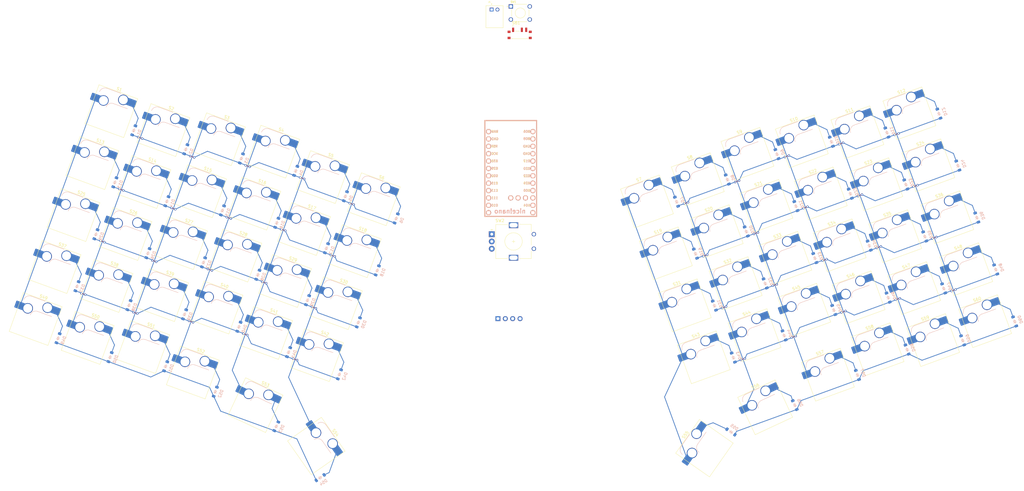
<source format=kicad_pcb>
(kicad_pcb (version 20221018) (generator pcbnew)
  (layers (0 "F.Cu" signal) (31 "B.Cu" signal) (34 "B.Paste" user) (35 "F.Paste" user) (36 "B.SilkS" user "B.Silkscreen") (37 "F.SilkS" user "F.Silkscreen") (38 "B.Mask" user) (39 "F.Mask" user) (44 "Edge.Cuts" user))
  (net 0 "")
  (net 1 "R1")
  (net 2 "Net-(D1-A)")
  (net 3 "Net-(D2-A)")
  (net 4 "Net-(D3-A)")
  (net 5 "Net-(D4-A)")
  (net 6 "Net-(D5-A)")
  (net 7 "Net-(D6-A)")
  (net 8 "Net-(D7-A)")
  (net 9 "Net-(D8-A)")
  (net 10 "Net-(D9-A)")
  (net 11 "Net-(D10-A)")
  (net 12 "Net-(D11-A)")
  (net 13 "Net-(D12-A)")
  (net 14 "R2")
  (net 15 "Net-(D13-A)")
  (net 16 "Net-(D14-A)")
  (net 17 "Net-(D15-A)")
  (net 18 "Net-(D16-A)")
  (net 19 "Net-(D17-A)")
  (net 20 "Net-(D18-A)")
  (net 21 "Net-(D19-A)")
  (net 22 "Net-(D20-A)")
  (net 23 "Net-(D21-A)")
  (net 24 "Net-(D22-A)")
  (net 25 "Net-(D23-A)")
  (net 26 "Net-(D24-A)")
  (net 27 "R3")
  (net 28 "Net-(D25-A)")
  (net 29 "Net-(D26-A)")
  (net 30 "Net-(D27-A)")
  (net 31 "Net-(D28-A)")
  (net 32 "Net-(D29-A)")
  (net 33 "Net-(D30-A)")
  (net 34 "Net-(D31-A)")
  (net 35 "Net-(D32-A)")
  (net 36 "Net-(D33-A)")
  (net 37 "Net-(D34-A)")
  (net 38 "Net-(D35-A)")
  (net 39 "Net-(D36-A)")
  (net 40 "R4")
  (net 41 "Net-(D37-A)")
  (net 42 "Net-(D38-A)")
  (net 43 "Net-(D39-A)")
  (net 44 "Net-(D40-A)")
  (net 45 "Net-(D41-A)")
  (net 46 "Net-(D42-A)")
  (net 47 "Net-(D43-A)")
  (net 48 "Net-(D44-A)")
  (net 49 "Net-(D45-A)")
  (net 50 "Net-(D46-A)")
  (net 51 "Net-(D47-A)")
  (net 52 "Net-(D48-A)")
  (net 53 "R5")
  (net 54 "Net-(D49-A)")
  (net 55 "Net-(D50-A)")
  (net 56 "Net-(D51-A)")
  (net 57 "Net-(D52-A)")
  (net 58 "Net-(D53-A)")
  (net 59 "Net-(D54-A)")
  (net 60 "Net-(D55-A)")
  (net 61 "Net-(D56-A)")
  (net 62 "Net-(D57-A)")
  (net 63 "Net-(D58-A)")
  (net 64 "Net-(D59-A)")
  (net 65 "Net-(D60-A)")
  (net 66 "C1")
  (net 67 "C2")
  (net 68 "C3")
  (net 69 "C4")
  (net 70 "C5")
  (net 71 "C6")
  (net 72 "C7")
  (net 73 "C8")
  (net 74 "C9")
  (net 75 "C10")
  (net 76 "C11")
  (net 77 "C12")
  (net 78 "Ground 2")
  (net 79 "Ground 3")
  (net 80 "SCL")
  (net 81 "3VOUT")
  (net 82 "Reset")
  (net 83 "Ground 1")
  (net 84 "Positive")
  (net 85 "SDA")
  (net 86 "Rot1")
  (net 87 "Rot2")
  (net 88 "Net-(J1-Pad2)")
  (footprint "ScottoKeebs_Hotswap:Hotswap_MX_Plated_1.00u" (layer "F.Cu") (at 358.133306 132.962303 20)
    (fp_text reference "S59")
    (fp_text value "Keyswitch")
  )
  (footprint "ScottoKeebs_Hotswap:Hotswap_MX_Plated_1.00u" (layer "F.Cu") (at 283.661769 95.448858 20)
    (fp_text reference "S20")
    (fp_text value "Keyswitch")
  )
  (footprint "ScottoKeebs_Hotswap:Hotswap_MX_Plated_1.00u" (layer "F.Cu") (at 86.697538 78.51368 -20)
    (fp_text reference "S14")
    (fp_text value "Keyswitch")
  )
  (footprint "comps:SW_EG1215AA" (layer "F.Cu") (at 215.843125 27.814125)
    (fp_text reference "S61")
    (fp_text value "EG1215AA")
  )
  (footprint "ScottoKeebs_Hotswap:Hotswap_MX_Plated_1.00u" (layer "F.Cu") (at 319.464058 82.41789 20)
    (fp_text reference "S22")
    (fp_text value "Keyswitch")
  )
  (footprint "ScottoKeebs_Hotswap:Hotswap_MX_Plated_1.00u" (layer "F.Cu") (at 300.328671 156.113371 25)
    (fp_text reference "S56")
    (fp_text value "Keyswitch")
  )
  (footprint "ScottoKeebs_Hotswap:Hotswap_MX_Plated_1.00u" (layer "F.Cu") (at 296.692737 131.251145 20)
    (fp_text reference "S44")
    (fp_text value "Keyswitch")
  )
  (footprint "ScottoKeebs_Components:OLED_128x64" (layer "F.Cu") (at 212.169375 125.57125)
    (fp_text reference "J2" hide)
    (fp_text value "OLED_128x64")
  )
  (footprint "ScottoKeebs_Hotswap:Hotswap_MX_Plated_1.00u" (layer "F.Cu") (at 80.182054 96.414824 -20)
    (fp_text reference "S26")
    (fp_text value "Keyswitch")
  )
  (footprint "ScottoKeebs_Hotswap:Hotswap_MX_Plated_1.00u" (layer "F.Cu") (at 321.923801 144.87445 20)
    (fp_text reference "S57")
    (fp_text value "Keyswitch")
  )
  (footprint "ScottoKeebs_Hotswap:Hotswap_MX_Plated_1.00u" (layer "F.Cu") (at 112.335819 63.771555 -20)
    (fp_text reference "S3")
    (fp_text value "Keyswitch")
  )
  (footprint "ScottoKeebs_Hotswap:Hotswap_MX_Plated_1.00u" (layer "F.Cu") (at 339.010509 136.121322 20)
    (fp_text reference "S58")
    (fp_text value "Keyswitch")
  )
  (footprint "ScottoKeebs_Hotswap:Hotswap_MX_Plated_1.00u" (layer "F.Cu") (at 332.071372 61.357726 20)
    (fp_text reference "S11")
    (fp_text value "Keyswitch")
  )
  (footprint "ScottoKeebs_Hotswap:Hotswap_MX_Plated_1.00u" (layer "F.Cu") (at 92.789367 117.474988 -20)
    (fp_text reference "S39")
    (fp_text value "Keyswitch")
  )
  (footprint "ScottoKeebs_Hotswap:Hotswap_MX_Plated_1.00u" (layer "F.Cu") (at 86.273883 135.376132 -20)
    (fp_text reference "S51")
    (fp_text value "Keyswitch")
  )
  (footprint "ScottoKeebs_Hotswap:Hotswap_MX_Plated_1.00u" (layer "F.Cu") (at 363.003483 90.644531 20)
    (fp_text reference "S36")
    (fp_text value "Keyswitch")
  )
  (footprint "comps:SW_1825910-6-4" (layer "F.Cu") (at 216.063125 20.268125)
    (fp_text reference "SW1")
    (fp_text value "1825910-6")
  )
  (footprint "ScottoKeebs_Hotswap:Hotswap_MX_Plated_1.00u" (layer "F.Cu") (at 62.28091 89.89934 -20)
    (fp_text reference "S25")
    (fp_text value "Keyswitch")
  )
  (footprint "ScottoKeebs_Hotswap:Hotswap_MX_Plated_1.00u" (layer "F.Cu") (at 266.167843 103.083162 20)
    (fp_text reference "S19")
    (fp_text value "Keyswitch")
  )
  (footprint "ScottoKeebs_Hotswap:Hotswap_MX_Plated_1.00u" (layer "F.Cu") (at 313.779446 122.498019 20)
    (fp_text reference "S45")
    (fp_text value "Keyswitch")
  )
  (footprint "ScottoKeebs_Hotswap:Hotswap_MX_Plated_1.00u" (layer "F.Cu") (at 332.495025 118.220178 20)
    (fp_text reference "S46")
    (fp_text value "Keyswitch")
  )
  (footprint "ScottoKeebs_Hotswap:Hotswap_MX_Plated_1.00u" (layer "F.Cu") (at 124.535916 85.950541 -20)
    (fp_text reference "S16")
    (fp_text value "Keyswitch")
  )
  (footprint "ScottoKeebs_Hotswap:Hotswap_MX_Plated_1.00u" (layer "F.Cu") (at 279.19881 138.88545 20)
    (fp_text reference "S43")
    (fp_text value "Keyswitch")
  )
  (footprint "ScottoKeebs_Hotswap:Hotswap_MX_Plated_1.00u" (layer "F.Cu") (at 290.177252 113.350001 20)
    (fp_text reference "S32")
    (fp_text value "Keyswitch")
  )
  (footprint "ScottoKeebs_Hotswap:Hotswap_MX_Plated_1.00u" (layer "F.Cu") (at 259.652359 85.182017 20)
    (fp_text reference "S7")
    (fp_text value "Keyswitch")
  )
  (footprint "ScottoKeebs_Hotswap:Hotswap_MX_Plated_1.00u" (layer "F.Cu") (at 68.796394 71.998196 -20)
    (fp_text reference "S13")
    (fp_text value "Keyswitch")
  )
  (footprint "ScottoKeebs_Hotswap:Hotswap_MX_Plated_1.00u" (layer "F.Cu") (at 135.107141 112.604811 -20)
    (fp_text reference "S29")
    (fp_text value "Keyswitch")
  )
  (footprint "ScottoKeebs_Hotswap:Hotswap_MX_Plated_1.00u" (layer "F.Cu") (at 73.666569 114.315968 -20)
    (fp_text reference "S38")
    (fp_text value "Keyswitch")
  )
  (footprint "ScottoKeebs_Hotswap:Hotswap_MX_Plated_1.00u" (layer "F.Cu") (at 325.979542 100.319034 20)
    (fp_text reference "S34")
    (fp_text value "Keyswitch")
  )
  (footprint "ScottoKeebs_Hotswap:Hotswap_MX_Plated_1.00u" (layer "F.Cu") (at 351.617823 115.061159 20)
    (fp_text reference "S47")
    (fp_text value "Keyswitch")
  )
  (footprint "ScottoKeebs_Hotswap:Hotswap_MX_Plated_1.00u" (layer "F.Cu") (at 300.748479 86.69573 20)
    (fp_text reference "S21")
    (fp_text value "Keyswitch")
  )
  (footprint "ScottoKeebs_Hotswap:Hotswap_MX_Plated_1.00u" (layer "F.Cu") (at 277.146284 77.547712 20)
    (fp_text reference "S8")
    (fp_text value "Keyswitch")
  )
  (footprint "ScottoKeebs_Hotswap:Hotswap_MX_Plated_1.00u" (layer "F.Cu") (at 369.518967 108.545675 20)
    (fp_text reference "S48")
    (fp_text value "Keyswitch")
  )
  (footprint "ScottoKeebs_Hotswap:Hotswap_MX_Plated_1.00u" (layer "F.Cu") (at 349.972516 54.842242 20)
    (fp_text reference "S12")
    (fp_text value "Keyswitch")
  )
  (footprint "ScottoKeebs_Hotswap:Hotswap_MX_Plated_1.25u_90deg" (layer "F.Cu") (at 279.424565 170.20062 55)
    (fp_text reference "S55")
    (fp_text value "Keyswitch")
  )
  (footprint "ScottoKeebs_Hotswap:Hotswap_MX_Plated_1.00u" (layer "F.Cu") (at 141.622624 94.703667 -20)
    (fp_text reference "S17")
    (fp_text value "Keyswitch")
  )
  (footprint "ScottoKeebs_Hotswap:Hotswap_MX_Plated_1.25u_90deg" (layer "F.Cu") (at 145.85983 169.455428 -55)
    (fp_text reference "S54")
    (fp_text value "Keyswitch")
  )
  (footprint "ScottoKeebs_Hotswap:Hotswap_MX_Plated_1.00u" (layer "F.Cu") (at 75.311877 54.097052 -20)
    (fp_text reference "S1")
    (fp_text value "Keyswitch")
  )
  (footprint "ScottoKeebs_Hotswap:Hotswap_MX_Plated_1.00u" (layer "F.Cu") (at 165.632035 84.436827 -20)
    (fp_text reference "S6")
    (fp_text value "Keyswitch")
  )
  (footprint "ScottoKeebs_Hotswap:Hotswap_MX_Plated_1.00u" (layer "F.Cu") (at 312.948574 64.516744 20)
    (fp_text reference "S10")
    (fp_text value "Keyswitch")
  )
  (footprint "ScottoKeebs_Hotswap:Hotswap_MX_Plated_1.00u" (layer "F.Cu") (at 345.102339 97.160015 20)
    (fp_text reference "S35")
    (fp_text value "Keyswitch")
  )
  (footprint "ScottoKeebs_Hotswap:Hotswap_MX_Plated_1.00u" (layer "F.Cu") (at 55.765425 107.800485 -20)
    (fp_text reference "S37")
    (fp_text value "Keyswitch")
  )
  (footprint "ScottoKeebs_Hotswap:Hotswap_MX_Plated_1.00u" (layer "F.Cu") (at 93.213022 60.612535 -20)
    (fp_text reference "S2")
    (fp_text value "Keyswitch")
  )
  (footprint "ScottoKeebs_Hotswap:Hotswap_MX_Plated_1.00u" (layer "F.Cu") (at 272.683326 120.984307 20)
    (fp_text reference "S31")
    (fp_text value "Keyswitch")
  )
  (footprint "ScottoKeebs_Hotswap:Hotswap_MX_Plated_1.00u" (layer "F.Cu") (at 67.151087 132.217113 -20)
    (fp_text reference "S50")
    (fp_text value "Keyswitch")
  )
  (footprint "ScottoKeebs_Hotswap:Hotswap_MX_Plated_1.00u" (layer "F.Cu") (at 105.820335 81.672699 -20)
    (fp_text reference "S15")
    (fp_text value "Keyswitch")
  )
  (footprint "ScottoKeebs_Hotswap:Hotswap_MX_Plated_1.00u" (layer "F.Cu") (at 152.601067 120.239115 -20)
    (fp_text reference "S30")
    (fp_text value "Keyswitch")
  )
  (footprint "ScottoKeebs_Hotswap:Hotswap_MX_Plated_1.00u" (layer "F.Cu") (at 159.116551 102.337972 -20)
    (fp_text reference "S18")
    (fp_text value "Keyswitch")
  )
  (footprint "ScottoKeebs_Hotswap:Hotswap_MX_Plated_1.00u" (layer "F.Cu") (at 103.360593 144.12926 -20)
    (fp_text reference "S52")
    (fp_text value "Keyswitch")
  )
  (footprint "ScottoKeebs_Hotswap:Hotswap_MX_Plated_1.00u" (layer "F.Cu") (at 356.488 72.743386 20)
    (fp_text reference "S24")
    (fp_text value "Keyswitch")
  )
  (footprint "ScottoKeebs_Hotswap:Hotswap_MX_Plated_1.00u" (layer "F.Cu") (at 118.020432 103.851685 -20)
    (fp_text reference "S28")
    (fp_text value "Keyswitch")
  )
  (footprint "ScottoKeebs_Hotswap:Hotswap_MX_Plated_1.00u" (layer "F.Cu") (at 128.591657 130.505956 -20)
    (fp_text reference "S41")
    (fp_text value "Keyswitch")
  )
  (footprint "ScottoKeebs_Hotswap:Hotswap_MX_Plated_1.00u" (layer "F.Cu") (at 111.504948 121.752827 -20)
    (fp_text reference "S40")
    (fp_text value "Keyswitch")
  )
  (footprint "ScottoKeebs_Hotswap:Hotswap_MX_Plated_1.00u" (layer "F.Cu") (at 307.263963 104.596875 20)
    (fp_text reference "S33")
    (fp_text value "Keyswitch")
  )
  (footprint "ScottoKeebs_Hotswap:Hotswap_MX_Plated_1.00u" (layer "F.Cu") (at 131.0514 68.049396 -20)
    (fp_text reference "S4")
    (fp_text value "Keyswitch")
  )
  (footprint "Rotary_Encoder:RotaryEncoder_Alps_EC11E_Vertical_H20mm" (layer "F.Cu") (at 206.235 96.480625)
    (fp_text reference "SW2")
    (fp_text value "RotaryEncoder")
  )
  (footprint "comps:JST_S2B-PH-K-S_LF__SN_" (layer "F.Cu") (at 207.193125 19.093125)
    (fp_text reference "J1")
    (fp_text value "S2B-PH-K-S_LF__SN_")
  )
  (footprint "ScottoKeebs_Hotswap:Hotswap_MX_Plated_1.00u" (layer "F.Cu") (at 338.586855 79.25887 20)
    (fp_text reference "S23")
    (fp_text value "Keyswitch")
  )
  (footprint "ScottoKeebs_Hotswap:Hotswap_MX_Plated_1.00u" (layer "F.Cu") (at 49.249943 125.701629 -20)
    (fp_text reference "S49")
    (fp_text value "Keyswitch")
  )
  (footprint "ScottoKeebs_Hotswap:Hotswap_MX_Plated_1.00u" (layer "F.Cu") (at 124.955723 155.368181 -25)
    (fp_text reference "S53")
    (fp_text value "Keyswitch")
  )
  (footprint "ScottoKeebs_Hotswap:Hotswap_MX_Plated_1.00u" (layer "F.Cu") (at 99.304851 99.573843 -20)
    (fp_text reference "S27")
    (fp_text value "Keyswitch")
  )
  (footprint "ScottoKeebs_Hotswap:Hotswap_MX_Plated_1.00u" (layer "F.Cu") (at 294.232995 68.794586 20)
    (fp_text reference "S9")
    (fp_text value "Keyswitch")
  )
  (footprint "ScottoKeebs_Hotswap:Hotswap_MX_Plated_1.00u" (layer "F.Cu") (at 146.085584 138.14026 -20)
    (fp_text reference "S42")
    (fp_text value "Keyswitch")
  )
  (footprint "ScottoKeebs_Hotswap:Hotswap_MX_Plated_1.00u" (layer "F.Cu") (at 148.138108 76.802523 -20)
    (fp_text reference "S5")
    (fp_text value "Keyswitch")
  )
  (footprint "ScottoKeebs_Hotswap:Hotswap_MX_Plated_1.00u" (layer "F.Cu") (at 376.03445 126.446821 20)
    (fp_text reference "S60")
    (fp_text value "Keyswitch")
  )
  (footprint "ScottoKeebs_Components:Diode_SOD-123" (layer "B.Cu") (at 113.549254 88.286906 70)
    (fp_text reference "D15")
    (fp_text value "Diode")
  )
  (footprint "ScottoKeebs_Components:Diode_SOD-123" (layer "B.Cu") (at 329.636282 82.516613 110)
    (fp_text reference "D22")
    (fp_text value "Diode")
  )
  (footprint "ScottoKeebs_Components:Diode_SOD-123" (layer "B.Cu") (at 138.780319 74.663602 70)
    (fp_text reference "D4")
    (fp_text value "Diode")
  )
  (footprint "ScottoKeebs_Components:Diode_SOD-123" (layer "B.Cu") (at 373.17571 90.743253 110)
    (fp_text reference "D36")
    (fp_text value "Diode")
  )
  (footprint "ScottoKeebs_Components:Diode_SOD-123" (layer "B.Cu") (at 125.74935 110.46589 70)
    (fp_text reference "D28")
    (fp_text value "Diode")
  )
  (footprint "ScottoKeebs_Components:Diode_SOD-123" (layer "B.Cu") (at 310.920703 86.794453 110)
    (fp_text reference "D21")
    (fp_text value "Diode")
  )
  (footprint "ScottoKeebs_Components:Diode_SOD-123" (layer "B.Cu") (at 160.329987 126.853323 70)
    (fp_text reference "D30")
    (fp_text value "Diode")
  )
  (footprint "ScottoKeebs_Components:Diode_SOD-123" (layer "B.Cu") (at 368.305532 133.061026 110)
    (fp_text reference "D59")
    (fp_text value "Diode")
  )
  (footprint "ScottoKeebs_Components:Diode_SOD-123" (layer "B.Cu") (at 155.867028 83.416728 70)
    (fp_text reference "D5")
    (fp_text value "Diode")
  )
  (footprint "ScottoKeebs_Components:Diode_SOD-123" (layer "B.Cu") (at 289.371035 138.984174 110)
    (fp_text reference "D43")
    (fp_text value "Diode")
  )
  (footprint "ScottoKeebs_Components:Diode_SOD-123" (layer "B.Cu") (at 342.66725 118.318901 110)
    (fp_text reference "D46")
    (fp_text value "Diode")
  )
  (footprint "ScottoKeebs_Components:Diode_SOD-123" (layer "B.Cu") (at 293.833995 95.54758 110)
    (fp_text reference "D20")
    (fp_text value "Diode")
  )
  (footprint "ScottoKeebs_Components:Diode_SOD-123" (layer "B.Cu") (at 100.518286 124.089195 70)
    (fp_text reference "D39")
    (fp_text value "Diode")
  )
  (footprint "ScottoKeebs_Components:Diode_SOD-123" (layer "B.Cu") (at 323.95167 122.596741 110)
    (fp_text reference "D45")
    (fp_text value "Diode")
  )
  (footprint "ScottoKeebs_Components:Diode_SOD-123" (layer "B.Cu") (at 142.83606 119.219017 70)
    (fp_text reference "D29")
    (fp_text value "Diode")
  )
  (footprint "ScottoKeebs_Components:Diode_SOD-123" (layer "B.Cu") (at 386.206676 126.545542 110)
    (fp_text reference "D60")
    (fp_text value "Diode")
  )
  (footprint "ScottoKeebs_Components:Diode_SOD-123" (layer "B.Cu") (at 355.274565 97.258738 110)
    (fp_text reference "D35")
    (fp_text value "Diode")
  )
  (footprint "ScottoKeebs_Components:Diode_SOD-123" (layer "B.Cu") (at 119.233867 128.367036 70)
    (fp_text reference "D40")
    (fp_text value "Diode")
  )
  (footprint "ScottoKeebs_Components:Diode_SOD-123" (layer "B.Cu") (at 349.182735 136.220046 110)
    (fp_text reference "D58")
    (fp_text value "Diode")
  )
  (footprint "ScottoKeebs_Components:Diode_SOD-123" (layer "B.Cu") (at 288.564818 164.618346 145)
    (fp_text reference "D55")
    (fp_text value "Diode")
  )
  (footprint "ScottoKeebs_Components:Diode_SOD-123" (layer "B.Cu") (at 269.824584 85.280741 110)
    (fp_text reference "D7")
    (fp_text value "Diode")
  )
  (footprint "ScottoKeebs_Components:Diode_SOD-123" (layer "B.Cu") (at 87.910974 103.029031 70)
    (fp_text reference "D26")
    (fp_text value "Diode")
  )
  (footprint "ScottoKeebs_Components:Diode_SOD-123" (layer "B.Cu") (at 173.360954 91.051034 70)
    (fp_text reference "D6")
    (fp_text value "Diode")
  )
  (footprint "ScottoKeebs_Components:Diode_SOD-123" (layer "B.Cu") (at 332.096025 144.973172 110)
    (fp_text reference "D57")
    (fp_text value "Diode")
  )
  (footprint "ScottoKeebs_Components:Diode_SOD-123" (layer "B.Cu") (at 304.40522 68.893309 110)
    (fp_text reference "D9")
    (fp_text value "Diode")
  )
  (footprint "ScottoKeebs_Components:Diode_SOD-123" (layer "B.Cu") (at 166.84547 108.952178 70)
    (fp_text reference "D18")
    (fp_text value "Diode")
  )
  (footprint "ScottoKeebs_Components:Diode_SOD-123" (layer "B.Cu") (at 83.040797 60.711258 70)
    (fp_text reference "D1")
    (fp_text value "Diode")
  )
  (footprint "ScottoKeebs_Components:Diode_SOD-123" (layer "B.Cu") (at 70.009829 96.513548 70)
    (fp_text reference "D25")
    (fp_text value "Diode")
  )
  (footprint "ScottoKeebs_Components:Diode_SOD-123" (layer "B.Cu") (at 111.089511 150.743465 70)
    (fp_text reference "D52")
    (fp_text value "Diode")
  )
  (footprint "ScottoKeebs_Components:Diode_SOD-123" (layer "B.Cu") (at 132.089321 162.670056 65)
    (fp_text reference "D53")
    (fp_text value "Diode")
  )
  (footprint "ScottoKeebs_Components:Diode_SOD-123" (layer "B.Cu") (at 360.144742 54.940965 110)
    (fp_text reference "D12")
    (fp_text value "Diode")
  )
  (footprint "ScottoKeebs_Components:Diode_SOD-123" (layer "B.Cu") (at 56.978861 132.315837 70)
    (fp_text reference "D49")
    (fp_text value "Diode")
  )
  (footprint "ScottoKeebs_Components:Diode_SOD-123" (layer "B.Cu") (at 361.790049 115.159883 110)
    (fp_text reference "D47")
    (fp_text value "Diode")
  )
  (footprint "ScottoKeebs_Components:Diode_SOD-123" (layer "B.Cu") (at 287.318511 77.646436 110)
    (fp_text reference "D8")
    (fp_text value "Diode")
  )
  (footprint "ScottoKeebs_Components:Diode_SOD-123" (layer "B.Cu") (at 81.39549 120.930174 70)
    (fp_text reference "D38")
    (fp_text value "Diode")
  )
  (footprint "ScottoKeebs_Components:Diode_SOD-123" (layer "B.Cu") (at 120.064738 70.385761 70)
    (fp_text reference "D3")
    (fp_text value "Diode")
  )
  (footprint "ScottoKeebs_Components:Diode_SOD-123" (layer "B.Cu") (at 94.002804 141.99034 70)
    (fp_text reference "D51")
    (fp_text value "Diode")
  )
  (footprint "Library:nice_nano" (layer "B.Cu") (at 212.764625 75.08875 -90)
    (fp_text reference "U2" hide)
    (fp_text value "nice_nano" hide)
  )
  (footprint "ScottoKeebs_Components:Diode_SOD-123" (layer "B.Cu") (at 100.941941 67.226741 70)
    (fp_text reference "D2")
    (fp_text value "Diode")
  )
  (footprint "ScottoKeebs_Components:Diode_SOD-123" (layer "B.Cu") (at 323.120799 64.615468 110)
    (fp_text reference "D10")
    (fp_text value "Diode")
  )
  (footprint "ScottoKeebs_Components:Diode_SOD-123" (layer "B.Cu") (at 63.494345 114.414691 70)
    (fp_text reference "D37")
    (fp_text value "Diode")
  )
  (footprint "ScottoKeebs_Components:Diode_SOD-123" (layer "B.Cu") (at 300.349478 113.448724 110)
    (fp_text reference "D32")
    (fp_text value "Diode")
  )
  (footprint "ScottoKeebs_Components:Diode_SOD-123" (layer "B.Cu") (at 153.814502 144.754468 70)
    (fp_text reference "D42")
    (fp_text value "Diode")
  )
  (footprint "ScottoKeebs_Components:Diode_SOD-123" (layer "B.Cu") (at 366.660226 72.842109 110)
    (fp_text reference "D24")
    (fp_text value "Diode")
  )
  (footprint "ScottoKeebs_Components:Diode_SOD-123" (layer "B.Cu") (at 147.192079 180.355201 35)
    (fp_text reference "D54")
    (fp_text value "Diode")
  )
  (footprint "ScottoKeebs_Components:Diode_SOD-123" (layer "B.Cu") (at 306.864962 131.349869 110)
    (fp_text reference "D44")
    (fp_text value "Diode")
  )
  (footprint "ScottoKeebs_Components:Diode_SOD-123" (layer "B.Cu") (at 310.53403 155.35517 115)
    (fp_text reference "D56")
    (fp_text value "Diode")
  )
  (footprint "ScottoKeebs_Components:Diode_SOD-123" (layer "B.Cu") (at 348.759081 79.357593 110)
    (fp_text reference "D23")
    (fp_text value "Diode")
  )
  (footprint "ScottoKeebs_Components:Diode_SOD-123" (layer "B.Cu") (at 94.426457 85.127886 70)
    (fp_text reference "D14")
    (fp_text value "Diode")
  )
  (footprint "ScottoKeebs_Components:Diode_SOD-123" (layer "B.Cu") (at 282.855551 121.08303 110)
    (fp_text reference "D31")
    (fp_text value "Diode")
  )
  (footprint "ScottoKeebs_Components:Diode_SOD-123" (layer "B.Cu") (at 317.436187 104.695597 110)
    (fp_text reference "D33")
    (fp_text value "Diode")
  )
  (footprint "ScottoKeebs_Components:Diode_SOD-123" (layer "B.Cu") (at 107.03377 106.18805 70)
    (fp_text reference "D27")
    (fp_text value "Diode")
  )
  (footprint "ScottoKeebs_Components:Diode_SOD-123" (layer "B.Cu") (at 136.320576 137.120162 70)
    (fp_text reference "D41")
    (fp_text value "Diode")
  )
  (footprint "ScottoKeebs_Components:Diode_SOD-123" (layer "B.Cu") (at 74.880006 138.83132 70)
    (fp_text reference "D50")
    (fp_text value "Diode")
  )
  (footprint "ScottoKeebs_Components:Diode_SOD-123" (layer "B.Cu") (at 149.351544 101.317873 70)
    (fp_text reference "D17")
    (fp_text value "Diode")
  )
  (footprint "ScottoKeebs_Components:Diode_SOD-123" (layer "B.Cu") (at 76.525313 78.612403 70)
    (fp_text reference "D13")
    (fp_text value "Diode")
  )
  (footprint "ScottoKeebs_Components:Diode_SOD-123" (layer "B.Cu") (at 336.151766 100.417756 110)
    (fp_text reference "D34")
    (fp_text value "Diode")
  )
  (footprint "ScottoKeebs_Components:Diode_SOD-123" (layer "B.Cu") (at 276.340067 103.181885 110)
    (fp_text reference "D19")
    (fp_text value "Diode")
  )
  (footprint "ScottoKeebs_Components:Diode_SOD-123" (layer "B.Cu") (at 342.243597 61.456448 110)
    (fp_text reference "D11")
    (fp_text value "Diode")
  )
  (footprint "ScottoKeebs_Components:Diode_SOD-123" (layer "B.Cu") (at 379.691193 108.644399 110)
    (fp_text reference "D48")
    (fp_text value "Diode")
  )
  (footprint "ScottoKeebs_Components:Diode_SOD-123" (layer "B.Cu") (at 132.264835 92.564747 70)
    (fp_text reference "D16")
    (fp_text value "Diode")
  )
  (segment (start 140.312368 76.930558) (end 141.674921 77.426486) (width 0.25) (layer "F.Cu") (net 1))
  (segment (start 273.793345 85.469077) (end 272.430791 85.965007) (width 0.25) (layer "F.Cu") (net 1))
  (segment (start 327.154759 64.982934) (end 325.792204 65.478863) (width 0.25) (layer "F.Cu") (net 1))
  (segment (start 121.556173 72.764304) (end 122.918728 73.260234) (width 0.25) (layer "F.Cu") (net 1))
  (segment (start 84.556813 63.022263) (end 85.919369 63.518191) (width 0.25) (layer "F.Cu") (net 1))
  (segment (start 291.352469 78.013902) (end 289.989914 78.50983) (width 0.25) (layer "F.Cu") (net 1))
  (segment (start 157.358461 85.795272) (end 158.721017 86.291202) (width 0.25) (layer "F.Cu") (net 1))
  (segment (start 102.457957 69.537746) (end 103.820512 70.033675) (width 0.25) (layer "F.Cu") (net 1))
  (segment (start 308.484068 69.384109) (end 307.121514 69.880037) (width 0.25) (layer "F.Cu") (net 1))
  (segment (start 346.252973 61.756375) (end 344.890418 62.252303) (width 0.25) (layer "F.Cu") (net 1))
  (via (at 121.556173 72.764304) (size 0.8) (drill 0.4) (layers "F.Cu" "B.Cu") (net 1))
  (via (at 158.721017 86.291202) (size 0.8) (drill 0.4) (layers "F.Cu" "B.Cu") (net 1))
  (via (at 291.352469 78.013902) (size 0.8) (drill 0.4) (layers "F.Cu" "B.Cu") (net 1))
  (via (at 346.252973 61.756375) (size 0.8) (drill 0.4) (layers "F.Cu" "B.Cu") (net 1))
  (via (at 327.154759 64.982934) (size 0.8) (drill 0.4) (layers "F.Cu" "B.Cu") (net 1))
  (via (at 289.989914 78.50983) (size 0.8) (drill 0.4) (layers "F.Cu" "B.Cu") (net 1))
  (via (at 344.890418 62.252303) (size 0.8) (drill 0.4) (layers "F.Cu" "B.Cu") (net 1))
  (via (at 84.556813 63.022263) (size 0.8) (drill 0.4) (layers "F.Cu" "B.Cu") (net 1))
  (via (at 141.674921 77.426486) (size 0.8) (drill 0.4) (layers "F.Cu" "B.Cu") (net 1))
  (via (at 85.919369 63.518191) (size 0.8) (drill 0.4) (layers "F.Cu" "B.Cu") (net 1))
  (via (at 307.121514 69.880037) (size 0.8) (drill 0.4) (layers "F.Cu" "B.Cu") (net 1))
  (via (at 102.457957 69.537746) (size 0.8) (drill 0.4) (layers "F.Cu" "B.Cu") (net 1))
  (via (at 273.793345 85.469077) (size 0.8) (drill 0.4) (layers "F.Cu" "B.Cu") (net 1))
  (via (at 103.820512 70.033675) (size 0.8) (drill 0.4) (layers "F.Cu" "B.Cu") (net 1))
  (via (at 122.918728 73.260234) (size 0.8) (drill 0.4) (layers "F.Cu" "B.Cu") (net 1))
  (via (at 308.484068 69.384109) (size 0.8) (drill 0.4) (layers "F.Cu" "B.Cu") (net 1))
  (via (at 140.312368 76.930558) (size 0.8) (drill 0.4) (layers "F.Cu" "B.Cu") (net 1))
  (via (at 272.430791 85.965007) (size 0.8) (drill 0.4) (layers "F.Cu" "B.Cu") (net 1))
  (via (at 157.358461 85.795272) (size 0.8) (drill 0.4) (layers "F.Cu" "B.Cu") (net 1))
  (via (at 325.792204 65.478863) (size 0.8) (drill 0.4) (layers "F.Cu" "B.Cu") (net 1))
  (segment (start 342.811935 63.00881) (end 342.807931 63.006942) (width 0.25) (layer "B.Cu") (net 1))
  (segment (start 360.709075 56.491458) (end 346.25484 61.752369) (width 0.25) (layer "B.Cu") (net 1))
  (segment (start 325.792204 65.478863) (end 323.781262 66.210787) (width 0.25) (layer "B.Cu") (net 1))
  (segment (start 311.271793 70.684047) (end 308.484068 69.384109) (width 0.25) (layer "B.Cu") (net 1))
  (segment (start 137.558199 75.974681) (end 140.256292 76.956705) (width 0.25) (layer "B.Cu") (net 1))
  (segment (start 272.430791 85.965007) (end 270.458023 86.683036) (width 0.25) (layer "B.Cu") (net 1))
  (segment (start 155.302694 84.967222) (end 157.313636 85.699145) (width 0.25) (layer "B.Cu") (net 1))
  (segment (start 304.969553 70.443801) (end 292.820502 74.865694) (width 0.25) (layer "B.Cu") (net 1))
  (segment (start 82.476463 62.261751) (end 84.554946 63.018257) (width 0.25) (layer "B.Cu") (net 1))
  (segment (start 140.256292 76.956705) (end 140.312368 76.930558) (width 0.25) (layer "B.Cu") (net 1))
  (segment (start 344.890418 62.252303) (end 342.811935 63.00881) (width 0.25) (layer "B.Cu") (net 1))
  (segment (start 126.066934 71.792201) (end 137.558199 75.974681) (width 0.25) (layer "B.Cu") (net 1))
  (segment (start 292.820502 74.865694) (end 291.352469 78.013902) (width 0.25) (layer "B.Cu") (net 1))
  (segment (start 100.377608 68.777235) (end 102.45609 69.533741) (width 0.25) (layer "B.Cu") (net 1))
  (segment (start 108.402635 67.896997) (end 119.500405 71.936254) (width 0.25) (layer "B.Cu") (net 1))
  (segment (start 323.685132 66.165961) (end 311.271793 70.684047) (width 0.25) (layer "B.Cu") (net 1))
  (segment (start 331.636747 67.07292) (end 327.154759 64.982934) (width 0.25) (layer "B.Cu") (net 1))
  (segment (start 274.435843 84.091236) (end 273.793345 85.469077) (width 0.25) (layer "B.Cu") (net 1))
  (segment (start 158.721017 86.291202) (end 159.387794 87.721112) (width 0.25) (layer "B.Cu") (net 1))
  (segment (start 85.919369 63.518191) (end 85.923373 63.516323) (width 0.25) (layer "B.Cu") (net 1))
  (segment (start 270.458023 86.683036) (end 270.388917 86.831233) (width 0.25) (layer "B.Cu") (net 1))
  (segment (start 159.387794 87.721112) (end 172.796621 92.601526) (width 0.25) (layer "B.Cu") (net 1))
  (segment (start 103.820512 70.033675) (end 108.402635 67.896997) (width 0.25) (layer "B.Cu") (net 1))
  (segment (start 85.923373 63.516323) (end 100.377608 68.777235) (width 0.25) (layer "B.Cu") (net 1))
  (segment (start 84.554946 63.018257) (end 84.556813 63.022263) (width 0.25) (layer "B.Cu") (net 1))
  (segment (start 342.807931 63.006942) (end 331.636747 67.07292) (width 0.25) (layer "B.Cu") (net 1))
  (segment (start 307.121514 69.880037) (end 305.233907 70.567071) (width 0.25) (layer "B.Cu") (net 1))
  (segment (start 143.124277 80.534639) (end 155.302694 84.967222) (width 0.25) (layer "B.Cu") (net 1))
  (segment (start 119.500405 71.936254) (end 121.511348 72.668176) (width 0.25) (layer "B.Cu") (net 1))
  (segment (start 305.233907 70.567071) (end 304.969553 70.443801) (width 0.25) (layer "B.Cu") (net 1))
  (segment (start 287.882843 79.196928) (end 274.435843 84.091236) (width 0.25) (layer "B.Cu") (net 1))
  (segment (start 157.313636 85.699145) (end 157.358461 85.795272) (width 0.25) (layer "B.Cu") (net 1))
  (segment (start 137.558199 75.974681) (end 138.215985 76.214094) (width 0.25) (layer "B.Cu") (net 1))
  (segment (start 141.674921 77.426486) (end 143.124277 80.534639) (width 0.25) (layer "B.Cu") (net 1))
  (segment (start 289.989914 78.50983) (end 287.978972 79.241754) (width 0.25) (layer "B.Cu") (net 1))
  (segment (start 102.45609 69.533741) (end 102.457957 69.537746) (width 0.25) (layer "B.Cu") (net 1))
  (segment (start 121.511348 72.668176) (end 121.556173 72.764304) (width 0.25) (layer "B.Cu") (net 1))
  (segment (start 346.25484 61.752369) (end 346.252973 61.756375) (width 0.25) (layer "B.Cu") (net 1))
  (segment (start 287.978972 79.241754) (end 287.882843 79.196928) (width 0.25) (layer "B.Cu") (net 1))
  (segment (start 323.781262 66.210787) (end 323.685132 66.165961) (width 0.25) (layer "B.Cu") (net 1))
  (segment (start 122.918728 73.260234) (end 126.066934 71.792201) (width 0.25) (layer "B.Cu") (net 1))
  (segment (start 82.048503 51.142961) (end 84.561717 56.532563) (width 0.25) (layer "B.Cu") (net 2))
  (segment (start 84.561717 56.532563) (end 83.60513 59.160767) (width 0.25) (layer "B.Cu") (net 2))
  (segment (start 102.462861 63.048046) (end 101.506274 65.67625) (width 0.25) (layer "B.Cu") (net 3))
  (segment (start 99.949648 57.658445) (end 102.462861 63.048046) (width 0.25) (layer "B.Cu") (net 3))
  (segment (start 121.585659 66.207065) (end 120.629072 68.835268) (width 0.25) (layer "B.Cu") (net 4))
  (segment (start 119.072446 60.817463) (end 121.585659 66.207065) (width 0.25) (layer "B.Cu") (net 4))
  (segment (start 140.301239 70.484906) (end 139.344652 73.113109) (width 0.25) (layer "B.Cu") (net 5))
  (segment (start 137.788026 65.095303) (end 140.301239 70.484906) (width 0.25) (layer "B.Cu") (net 5))
  (segment (start 154.874735 73.848431) (end 157.387949 79.238032) (width 0.25) (layer "B.Cu") (net 6))
  (segment (start 157.387949 79.238032) (end 156.431361 81.866235) (width 0.25) (layer "B.Cu") (net 6))
  (segment (start 172.368663 81.482737) (end 174.881875 86.872338) (width 0.25) (layer "B.Cu") (net 7))
  (segment (start 174.881875 86.872338) (end 173.925288 89.50054) (width 0.25) (layer "B.Cu") (net 7))
  (segment (start 262.914062 78.588832) (end 268.303663 81.102045) (width 0.25) (layer "B.Cu") (net 8))
  (segment (start 268.303663 81.102045) (end 269.260251 83.730248) (width 0.25) (layer "B.Cu") (net 8))
  (segment (start 280.407988 70.954527) (end 285.797591 73.467739) (width 0.25) (layer "B.Cu") (net 9))
  (segment (start 285.797591 73.467739) (end 286.754177 76.095942) (width 0.25) (layer "B.Cu") (net 9))
  (segment (start 297.494697 62.2014) (end 302.884299 64.714613) (width 0.25) (layer "B.Cu") (net 10))
  (segment (start 302.884299 64.714613) (end 303.840887 67.342817) (width 0.25) (layer "B.Cu") (net 10))
  (segment (start 316.210277 57.923559) (end 321.599879 60.436771) (width 0.25) (layer "B.Cu") (net 11))
  (segment (start 321.599879 60.436771) (end 322.556466 63.064975) (width 0.25) (layer "B.Cu") (net 11))
  (segment (start 340.722676 57.277753) (end 341.679265 59.905956) (width 0.25) (layer "B.Cu") (net 12))
  (segment (start 335.333074 54.764541) (end 340.722676 57.277753) (width 0.25) (layer "B.Cu") (net 12))
  (segment (start 358.623821 50.762269) (end 359.580409 53.390472) (width 0.25) (layer "B.Cu") (net 13))
  (segment (start 353.234219 48.249058) (end 358.623821 50.762269) (width 0.25) (layer "B.Cu") (net 13))
  (segment (start 296.488298 96.363991) (end 297.850852 95.868062) (width 0.25) (layer "F.Cu") (net 14))
  (segment (start 95.959574 87.391906) (end 97.322129 87.887835) (width 0.25) (layer "F.Cu") (net 14))
  (segment (start 332.290586 83.333023) (end 333.653141 82.837094) (width 0.25) (layer "F.Cu") (net 14))
  (segment (start 279.014678 104.05409) (end 280.377232 103.55816) (width 0.25) (layer "F.Cu") (net 14))
  (segment (start 313.534392 87.499274) (end 314.896945 87.003346) (width 0.25) (layer "F.Cu") (net 14))
  (segment (start 351.3888 80.106463) (end 352.751356 79.610535) (width 0.25) (layer "F.Cu") (net 14))
  (segment (start 133.813984 94.784718) (end 135.176539 95.280646) (width 0.25) (layer "F.Cu") (net 14))
  (segment (start 150.860078 103.649433) (end 152.222633 104.145362) (width 0.25) (layer "F.Cu") (net 14))
  (segment (start 78.05843 80.876422) (end 79.420985 81.372351) (width 0.25) (layer "F.Cu") (net 14))
  (segment (start 115.057789 90.618466) (end 116.420344 91.114395) (width 0.25) (layer "F.Cu") (net 14))
  (via (at 97.322129 87.887835) (size 0.8) (drill 0.4) (layers "F.Cu" "B.Cu") (net 14))
  (via (at 116.420344 91.114395) (size 0.8) (drill 0.4) (layers "F.Cu" "B.Cu") (net 14))
  (via (at 95.959574 87.391906) (size 0.8) (drill 0.4) (layers "F.Cu" "B.Cu") (net 14))
  (via (at 78.05843 80.876422) (size 0.8) (drill 0.4) (layers "F.Cu" "B.Cu") (net 14))
  (via (at 152.222633 104.145362) (size 0.8) (drill 0.4) (layers "F.Cu" "B.Cu") (net 14))
  (via (at 115.057789 90.618466) (size 0.8) (drill 0.4) (layers "F.Cu" "B.Cu") (net 14))
  (via (at 79.420985 81.372351) (size 0.8) (drill 0.4) (layers "F.Cu" "B.Cu") (net 14))
  (via (at 133.813984 94.784718) (size 0.8) (drill 0.4) (layers "F.Cu" "B.Cu") (net 14))
  (via (at 135.176539 95.280646) (size 0.8) (drill 0.4) (layers "F.Cu" "B.Cu") (net 14))
  (via (at 314.896945 87.003346) (size 0.8) (drill 0.4) (layers "F.Cu" "B.Cu") (net 14))
  (via (at 296.488298 96.363991) (size 0.8) (drill 0.4) (layers "F.Cu" "B.Cu") (net 14))
  (via (at 351.3888 80.106463) (size 0.8) (drill 0.4) (layers "F.Cu" "B.Cu") (net 14))
  (via (at 313.534392 87.499274) (size 0.8) (drill 0.4) (layers "F.Cu" "B.Cu") (net 14))
  (via (at 333.653141 82.837094) (size 0.8) (drill 0.4) (layers "F.Cu" "B.Cu") (net 14))
  (via (at 297.850852 95.868062) (size 0.8) (drill 0.4) (layers "F.Cu" "B.Cu") (net 14))
  (via (at 279.014678 104.05409) (size 0.8) (drill 0.4) (layers "F.Cu" "B.Cu") (net 14))
  (via (at 332.290586 83.333023) (size 0.8) (drill 0.4) (layers "F.Cu" "B.Cu") (net 14))
  (via (at 280.377232 103.55816) (size 0.8) (drill 0.4) (layers "F.Cu" "B.Cu") (net 14))
  (via (at 352.751356 79.610535) (size 0.8) (drill 0.4) (layers "F.Cu" "B.Cu") (net 14))
  (via (at 150.860078 103.649433) (size 0.8) (drill 0.4) (layers "F.Cu" "B.Cu") (net 14))
  (segment (start 119.504466 89.676246) (end 131.700502 94.115239) (width 0.25) (layer "B.Cu") (net 14))
  (segment (start 276.904401 104.732378) (end 278.906533 104.003661) (width 0.25) (layer "B.Cu") (net 14))
  (segment (start 135.176539 95.280646) (end 136.65578 98.452886) (width 0.25) (layer "B.Cu") (net 14))
  (segment (start 152.919295 105.639359) (end 166.281137 110.50267) (width 0.25) (layer "B.Cu") (net 14))
  (segment (start 314.896945 87.003346) (end 318.069185 88.482586) (width 0.25) (layer "B.Cu") (net 14))
  (segment (start 112.984921 89.837398) (end 115.042848 90.586423) (width 0.25) (layer "B.Cu") (net 14))
  (segment (start 131.700502 94.115239) (end 133.693824 94.840749) (width 0.25) (layer "B.Cu") (net 14))
  (segment (start 152.222633 104.145362) (end 152.919295 105.639359) (width 0.25) (layer "B.Cu") (net 14))
  (segment (start 95.899495 87.419922) (end 95.959574 87.391906) (width 0.25) (layer "B.Cu") (net 14))
  (segment (start 330.200616 84.067105) (end 332.258544 83.318081) (width 0.25) (layer "B.Cu") (net 14))
  (segment (start 333.653141 82.837094) (end 338.199216 84.956963) (width 0.25) (layer "B.Cu") (net 14))
  (segment (start 75.960979 80.162895) (end 77.99835 80.904439) (width 0.25) (layer "B.Cu") (net 14))
  (segment (start 349.323415 80.908086) (end 351.360785 80.166543) (width 0.25) (layer "B.Cu") (net 14))
  (segment (start 136.65578 98.452886) (end 148.78721 102.868366) (width 0.25) (layer "B.Cu") (net 14))
  (segment (start 150.845137 103.61739) (end 150.860078 103.649433) (width 0.25) (layer "B.Cu") (net 14))
  (segment (start 299.289001 92.78394) (end 311.485037 88.344945) (width 0.25) (layer "B.Cu") (net 14))
  (segment (start 79.420985 81.372351) (end 79.449002 81.432432) (width 0.25) (layer "B.Cu") (net 14))
  (segment (start 338.199216 84.956963) (end 349.323415 80.908086) (width 0.25) (layer "B.Cu") (net 14))
  (segment (start 79.449002 81.432432) (end 93.862124 86.678379) (width 0.25) (layer "B.Cu") (net 14))
  (segment (start 332.258544 83.318081) (end 332.290586 83.333023) (width 0.25) (layer "B.Cu") (net 14))
  (segment (start 101.840167 85.78104) (end 112.984921 89.837398) (width 0.25) (layer "B.Cu") (net 14))
  (segment (start 93.862124 86.678379) (end 95.899495 87.419922) (width 0.25) (layer "B.Cu") (net 14))
  (segment (start 77.99835 80.904439) (end 78.05843 80.876422) (width 0.25) (layer "B.Cu") (net 14))
  (segment (start 294.398327 97.098073) (end 296.456255 96.349049) (width 0.25) (layer "B.Cu") (net 14))
  (segment (start 351.360785 80.166543) (end 351.3888 80.106463) (width 0.25) (layer "B.Cu") (net 14))
  (segment (start 311.485037 88.344945) (end 313.47836 87.619435) (width 0.25) (layer "B.Cu") (net 14))
  (segment (start 313.47836 87.619435) (end 313.534392 87.499274) (width 0.25) (layer "B.Cu") (net 14))
  (segment (start 115.042848 90.586423) (end 115.057789 90.618466) (width 0.25) (layer "B.Cu") (net 14))
  (segment (start 133.693824 94.840749) (end 133.813984 94.784718) (width 0.25) (layer "B.Cu") (net 14))
  (segment (start 318.069185 88.482586) (end 330.200616 84.067105) (width 0.25) (layer "B.Cu") (net 14))
  (segment (start 116.420344 91.114395) (end 119.504466 89.676246) (width 0.25) (layer "B.Cu") (net 14))
  (segment (start 352.811436 79.63855) (end 367.224559 74.392602) (width 0.25) (layer "B.Cu") (net 14))
  (segment (start 280.377232 103.55816) (end 281.139265 101.923976) (width 0.25) (layer "B.Cu") (net 14))
  (segment (start 148.78721 102.868366) (end 150.845137 103.61739) (width 0.25) (layer "B.Cu") (net 14))
  (segment (start 296.456255 96.349049) (end 296.488298 96.363991) (width 0.25) (layer "B.Cu") (net 14))
  (segment (start 278.906533 104.003661) (end 279.014678 104.05409) (width 0.25) (layer "B.Cu") (net 14))
  (segment (start 352.751356 79.610535) (end 352.811436 79.63855) (width 0.25) (layer "B.Cu") (net 14))
  (segment (start 97.322129 87.887835) (end 101.840167 85.78104) (width 0.25) (layer "B.Cu") (net 14))
  (segment (start 297.850852 95.868062) (end 299.289001 92.78394) (width 0.25) (layer "B.Cu") (net 14))
  (segment (start 281.139265 101.923976) (end 294.398327 97.098073) (width 0.25) (layer "B.Cu") (net 14))
  (segment (start 75.533019 69.044105) (end 78.046234 74.433707) (width 0.25) (layer "B.Cu") (net 15))
  (segment (start 78.046234 74.433707) (end 77.089646 77.06191) (width 0.25) (layer "B.Cu") (net 15))
  (segment (start 95.947377 80.94919) (end 94.99079 83.577393) (width 0.25) (layer "B.Cu") (net 16))
  (segment (start 93.434164 75.559589) (end 95.947377 80.94919) (width 0.25) (layer "B.Cu") (net 16))
  (segment (start 112.556964 78.718607) (end 115.070174 84.10821) (width 0.25) (layer "B.Cu") (net 17))
  (segment (start 115.070174 84.10821) (end 114.113588 86.736413) (width 0.25) (layer "B.Cu") (net 17))
  (segment (start 133.785756 88.386052) (end 132.829169 91.014254) (width 0.25) (layer "B.Cu") (net 18))
  (segment (start 131.272542 82.996448) (end 133.785756 88.386052) (width 0.25) (layer "B.Cu") (net 18))
  (segment (start 150.872465 97.139177) (end 149.915877 99.76738) (width 0.25) (layer "B.Cu") (net 19))
  (segment (start 148.359252 91.749576) (end 150.872465 97.139177) (width 0.25) (layer "B.Cu") (net 19))
  (segment (start 168.366391 104.773483) (end 167.409804 107.401686) (width 0.25) (layer "B.Cu") (net 20))
  (segment (start 165.853179 99.383881) (end 168.366391 104.773483) (width 0.25) (layer "B.Cu") (net 20))
  (segment (start 269.429546 96.489976) (end 274.819147 99.003189) (width 0.25) (layer "B.Cu") (net 21))
  (segment (start 274.819147 99.003189) (end 275.775735 101.631391) (width 0.25) (layer "B.Cu") (net 21))
  (segment (start 292.313075 91.368884) (end 293.269661 93.997086) (width 0.25) (layer "B.Cu") (net 22))
  (segment (start 286.923472 88.855671) (end 292.313075 91.368884) (width 0.25) (layer "B.Cu") (net 22))
  (segment (start 304.010181 80.102544) (end 309.399783 82.615757) (width 0.25) (layer "B.Cu") (net 23))
  (segment (start 309.399783 82.615757) (end 310.356371 85.24396) (width 0.25) (layer "B.Cu") (net 23))
  (segment (start 322.725761 75.824705) (end 328.115363 78.337916) (width 0.25) (layer "B.Cu") (net 24))
  (segment (start 328.115363 78.337916) (end 329.07195 80.966118) (width 0.25) (layer "B.Cu") (net 24))
  (segment (start 341.848557 72.665685) (end 347.23816 75.178897) (width 0.25) (layer "B.Cu") (net 25))
  (segment (start 347.23816 75.178897) (end 348.194749 77.807101) (width 0.25) (layer "B.Cu") (net 25))
  (segment (start 359.749701 66.150201) (end 365.139305 68.663415) (width 0.25) (layer "B.Cu") (net 26))
  (segment (start 365.139305 68.663415) (end 366.095892 71.291617) (width 0.25) (layer "B.Cu") (net 26))
  (segment (start 357.887184 97.960623) (end 359.249738 97.464694) (width 0.25) (layer "F.Cu") (net 27))
  (segment (start 320.118279 105.588357) (end 321.480833 105.092429) (width 0.25) (layer "F.Cu") (net 27))
  (segment (start 338.788969 101.187183) (end 340.151523 100.691253) (width 0.25) (layer "F.Cu") (net 27))
  (segment (start 127.230096 112.873801) (end 128.592651 113.36973) (width 0.25) (layer "F.Cu") (net 27))
  (segment (start 108.559407 108.472625) (end 109.921961 108.968554) (width 0.25) (layer "F.Cu") (net 27))
  (segment (start 144.361695 121.503593) (end 145.72425 121.999522) (width 0.25) (layer "F.Cu") (net 27))
  (segment (start 285.513061 121.90825) (end 286.875616 121.41232) (width 0.25) (layer "F.Cu") (net 27))
  (segment (start 71.560048 98.730582) (end 72.922603 99.22651) (width 0.25) (layer "F.Cu") (net 27))
  (segment (start 89.375687 105.480988) (end 90.738242 105.976918) (width 0.25) (layer "F.Cu") (net 27))
  (segment (start 302.98668 114.21815) (end 304.349235 113.722221) (width 0.25) (layer "F.Cu") (net 27))
  (via (at 340.151523 100.691253) (size 0.8) (drill 0.4) (layers "F.Cu" "B.Cu") (net 27))
  (via (at 286.875616 121.41232) (size 0.8) (drill 0.4) (layers "F.Cu" "B.Cu") (net 27))
  (via (at 128.592651 113.36973) (size 0.8) (drill 0.4) (layers "F.Cu" "B.Cu") (net 27))
  (via (at 144.361695 121.503593) (size 0.8) (drill 0.4) (layers "F.Cu" "B.Cu") (net 27))
  (via (at 320.118279 105.588357) (size 0.8) (drill 0.4) (layers "F.Cu" "B.Cu") (net 27))
  (via (at 108.559407 108.472625) (size 0.8) (drill 0.4) (layers "F.Cu" "B.Cu") (net 27))
  (via (at 89.375687 105.480988) (size 0.8) (drill 0.4) (layers "F.Cu" "B.Cu") (net 27))
  (via (at 338.788969 101.187183) (size 0.8) (drill 0.4) (layers "F.Cu" "B.Cu") (net 27))
  (via (at 109.921961 108.968554) (size 0.8) (drill 0.4) (layers "F.Cu" "B.Cu") (net 27))
  (via (at 72.922603 99.22651) (size 0.8) (drill 0.4) (layers "F.Cu" "B.Cu") (net 27))
  (via (at 359.249738 97.464694) (size 0.8) (drill 0.4) (layers "F.Cu" "B.Cu") (net 27))
  (via (at 302.98668 114.21815) (size 0.8) (drill 0.4) (layers "F.Cu" "B.Cu") (net 27))
  (via (at 321.480833 105.092429) (size 0.8) (drill 0.4) (layers "F.Cu" "B.Cu") (net 27))
  (via (at 145.72425 121.999522) (size 0.8) (drill 0.4) (layers "F.Cu" "B.Cu") (net 27))
  (via (at 357.887184 97.960623) (size 0.8) (drill 0.4) (layers "F.Cu" "B.Cu") (net 27))
  (via (at 127.230096 112.873801) (size 0.8) (drill 0.4) (layers "F.Cu" "B.Cu") (net 27))
  (via (at 304.349235 113.722221) (size 0.8) (drill 0.4) (layers "F.Cu" "B.Cu") (net 27))
  (via (at 71.560048 98.730582) (size 0.8) (drill 0.4) (layers "F.Cu" "B.Cu") (net 27))
  (via (at 285.513061 121.90825) (size 0.8) (drill 0.4) (layers "F.Cu" "B.Cu") (net 27))
  (via (at 90.738242 105.976918) (size 0.8) (drill 0.4) (layers "F.Cu" "B.Cu") (net 27))
  (segment (start 319.982098 105.524856) (end 320.118279 105.588357) (width 0.25) (layer "B.Cu") (net 27))
  (segment (start 287.607764 119.842223) (end 300.913811 114.999217) (width 0.25) (layer "B.Cu") (net 27))
  (segment (start 142.271726 120.76951) (end 144.329652 121.518535) (width 0.25) (layer "B.Cu") (net 27))
  (segment (start 336.7161 101.968249) (end 338.774027 101.219226) (width 0.25) (layer "B.Cu") (net 27))
  (segment (start 359.249738 97.464694) (end 359.373904 97.522593) (width 0.25) (layer "B.Cu") (net 27))
  (segment (start 72.980501 99.350676) (end 87.346639 104.579524) (width 0.25) (layer "B.Cu") (net 27))
  (segment (start 90.738242 105.976918) (end 95.512623 103.750589) (width 0.25) (layer "B.Cu") (net 27))
  (segment (start 146.450797 123.557605) (end 159.765654 128.403816) (width 0.25) (layer "B.Cu") (net 27))
  (segment (start 300.913811 114.999217) (end 302.971738 114.250193) (width 0.25) (layer "B.Cu") (net 27))
  (segment (start 359.373904 97.522593) (end 373.740043 92.293746) (width 0.25) (layer "B.Cu") (net 27))
  (segment (start 340.151523 100.691253) (end 344.761684 102.841006) (width 0.25) (layer "B.Cu") (net 27))
  (segment (start 357.829283 98.084789) (end 357.887184 97.960623) (width 0.25) (layer "B.Cu") (net 27))
  (segment (start 283.419885 122.633522) (end 285.469002 121.887705) (width 0.25) (layer "B.Cu") (net 27))
  (segment (start 286.875616 121.41232) (end 287.607764 119.842223) (width 0.25) (layer "B.Cu") (net 27))
  (segment (start 145.72425 121.999522) (end 146.450797 123.557605) (width 0.25) (layer "B.Cu") (net 27))
  (segment (start 109.921961 108.968554) (end 112.941998 107.560288) (width 0.25) (layer "B.Cu") (net 27))
  (segment (start 125.185017 112.016383) (end 127.166593 112.737619) (width 0.25) (layer "B.Cu") (net 27))
  (segment (start 127.166593 112.737619) (end 127.230096 112.873801) (width 0.25) (layer "B.Cu") (net 27))
  (segment (start 338.774027 101.219226) (end 338.788969 101.187183) (width 0.25) (layer "B.Cu") (net 27))
  (segment (start 324.39673 106.452134) (end 336.7161 101.968249) (width 0.25) (layer "B.Cu") (net 27))
  (segment (start 355.838897 98.80923) (end 357.829283 98.084789) (width 0.25) (layer "B.Cu") (net 27))
  (segment (start 95.512623 103.750589) (end 106.469437 107.738544) (width 0.25) (layer "B.Cu") (net 27))
  (segment (start 144.329652 121.518535) (end 144.361695 121.503593) (width 0.25) (layer "B.Cu") (net 27))
  (segment (start 72.922603 99.22651) (end 72.980501 99.350676) (width 0.25) (layer "B.Cu") (net 27))
  (segment (start 302.971738 114.250193) (end 302.98668 114.21815) (width 0.25) (layer "B.Cu") (net 27))
  (segment (start 129.952356 116.285627) (end 142.271726 120.76951) (width 0.25) (layer "B.Cu") (net 27))
  (segment (start 71.435881 98.788481) (end 71.560048 98.730582) (width 0.25) (layer "B.Cu") (net 27))
  (segment (start 69.445494 98.06404) (end 71.435881 98.788481) (width 0.25) (layer "B.Cu") (net 27))
  (segment (start 318.00052 106.24609) (end 319.982098 105.524856) (width 0.25) (layer "B.Cu") (net 27))
  (segment (start 304.349235 113.722221) (end 305.7575 110.702185) (width 0.25) (layer "B.Cu") (net 27))
  (segment (start 89.284168 105.284725) (end 89.375687 105.480988) (width 0.25) (layer "B.Cu") (net 27))
  (segment (start 305.7575 110.702185) (end 318.00052 106.24609) (width 0.25) (layer "B.Cu") (net 27))
  (segment (start 344.761684 102.841006) (end 355.838897 98.80923) (width 0.25) (layer "B.Cu") (net 27))
  (segment (start 285.469002 121.887705) (end 285.513061 121.90825) (width 0.25) (layer "B.Cu") (net 27))
  (segment (start 87.346639 104.579524) (end 89.284168 105.284725) (width 0.25) (layer "B.Cu") (net 27))
  (segment (start 108.527363 108.487567) (end 108.559407 108.472625) (width 0.25) (layer "B.Cu") (net 27))
  (segment (start 128.592651 113.36973) (end 129.952356 116.285627) (width 0.25) (layer "B.Cu") (net 27))
  (segment (start 321.480833 105.092429) (end 324.39673 106.452134) (width 0.25) (layer "B.Cu") (net 27))
  (segment (start 106.469437 107.738544) (end 108.527363 108.487567) (width 0.25) (layer "B.Cu") (net 27))
  (segment (start 112.941998 107.560288) (end 125.185017 112.016383) (width 0.25) (layer "B.Cu") (net 27))
  (segment (start 71.53075 92.334853) (end 70.574162 94.963055) (width 0.25) (layer "B.Cu") (net 28))
  (segment (start 69.017536 86.945249) (end 71.53075 92.334853) (width 0.25) (layer "B.Cu") (net 28))
  (segment (start 86.91868 93.460732) (end 89.431894 98.850336) (width 0.25) (layer "B.Cu") (net 29))
  (segment (start 89.431894 98.850336) (end 88.475306 101.478538) (width 0.25) (layer "B.Cu") (net 29))
  (segment (start 106.041479 96.619752) (end 108.554691 102.009353) (width 0.25) (layer "B.Cu") (net 30))
  (segment (start 108.554691 102.009353) (end 107.598104 104.637557) (width 0.25) (layer "B.Cu") (net 30))
  (segment (start 127.270272 106.287196) (end 126.313683 108.915399) (width 0.25) (layer "B.Cu") (net 31))
  (segment (start 124.757058 100.897593) (end 127.270272 106.287196) (width 0.25) (layer "B.Cu") (net 31))
  (segment (start 144.356981 115.040321) (end 143.400393 117.668523) (width 0.25) (layer "B.Cu") (net 32))
  (segment (start 141.843769 109.650721) (end 144.356981 115.040321) (width 0.25) (layer "B.Cu") (net 32))
  (segment (start 161.850907 122.674627) (end 160.89432 125.30283) (width 0.25) (layer "B.Cu") (net 33))
  (segment (start 159.337695 117.285025) (end 161.850907 122.674627) (width 0.25) (layer "B.Cu") (net 33))
  (segment (start 281.33463 116.904334) (end 282.291217 119.532536) (width 0.25) (layer "B.Cu") (net 34))
  (segment (start 275.945029 114.391122) (end 281.33463 116.904334) (width 0.25) (layer "B.Cu") (net 34))
  (segment (start 293.438956 106.756815) (end 298.828558 109.270029) (width 0.25) (layer "B.Cu") (net 35))
  (segment (start 298.828558 109.270029) (end 299.785145 111.898232) (width 0.25) (layer "B.Cu") (net 35))
  (segment (start 310.525665 98.00369) (end 315.915267 100.516902) (width 0.25) (layer "B.Cu") (net 36))
  (segment (start 315.915267 100.516902) (end 316.871855 103.145104) (width 0.25) (layer "B.Cu") (net 36))
  (segment (start 334.630845 96.239061) (end 335.587433 98.867264) (width 0.25) (layer "B.Cu") (net 37))
  (segment (start 329.241244 93.725849) (end 334.630845 96.239061) (width 0.25) (layer "B.Cu") (net 37))
  (segment (start 353.753644 93.080041) (end 354.710232 95.708245) (width 0.25) (layer "B.Cu") (net 38))
  (segment (start 348.364041 90.566829) (end 353.753644 93.080041) (width 0.25) (layer "B.Cu") (net 38))
  (segment (start 371.654789 86.564558) (end 372.611376 89.192761) (width 0.25) (layer "B.Cu") (net 39))
  (segment (start 366.265186 84.051345) (end 371.654789 86.564558) (width 0.25) (layer "B.Cu") (net 39))
  (segment (start 137.863314 139.357752) (end 139.225867 139.853681) (width 0.25) (layer "F.Cu") (net 40))
  (segment (start 64.976161 116.819665) (end 66.338716 117.315593) (width 0.25) (layer "F.Cu") (net 40))
  (segment (start 309.485064 132.072309) (end 310.847617 131.576381) (width 0.25) (layer "F.Cu") (net 40))
  (segment (start 364.471072 116.049706) (end 365.833626 115.553777) (width 0.25) (layer "F.Cu") (net 40))
  (segment (start 345.287351 119.041342) (end 346.649905 118.545414) (width 0.25) (layer "F.Cu") (net 40))
  (segment (start 292.011444 139.762409) (end 293.373998 139.26648) (width 0.25) (layer "F.Cu") (net 40))
  (segment (start 326.616662 123.442518) (end 327.979216 122.946589) (width 0.25) (layer "F.Cu") (net 40))
  (segment (start 102.061026 126.326785) (end 103.42358 126.822713) (width 0.25) (layer "F.Cu") (net 40))
  (segment (start 82.877305 123.335149) (end 84.239859 123.831076) (width 0.25) (layer "F.Cu") (net 40))
  (segment (start 120.731713 130.72796) (end 122.094269 131.223889) (width 0.25) (layer "F.Cu") (net 40))
  (via (at 310.847617 131.576381) (size 0.8) (drill 0.4) (layers "F.Cu" "B.Cu") (net 40))
  (via (at 103.42358 126.822713) (size 0.8) (drill 0.4) (layers "F.Cu" "B.Cu") (net 40))
  (via (at 102.061026 126.326785) (size 0.8) (drill 0.4) (layers "F.Cu" "B.Cu") (net 40))
  (via (at 66.338716 117.315593) (size 0.8) (drill 0.4) (layers "F.Cu" "B.Cu") (net 40))
  (via (at 84.239859 123.831076) (size 0.8) (drill 0.4) (layers "F.Cu" "B.Cu") (net 40))
  (via (at 293.373998 139.26648) (size 0.8) (drill 0.4) (layers "F.Cu" "B.Cu") (net 40))
  (via (at 309.485064 132.072309) (size 0.8) (drill 0.4) (layers "F.Cu" "B.Cu") (net 40))
  (via (at 364.471072 116.049706) (size 0.8) (drill 0.4) (layers "F.Cu" "B.Cu") (net 40))
  (via (at 82.877305 123.335149) (size 0.8) (drill 0.4) (layers "F.Cu" "B.Cu") (net 40))
  (via (at 120.731713 130.72796) (size 0.8) (drill 0.4) (layers "F.Cu" "B.Cu") (net 40))
  (via (at 292.011444 139.762409) (size 0.8) (drill 0.4) (layers "F.Cu" "B.Cu") (net 40))
  (via (at 139.225867 139.853681) (size 0.8) (drill 0.4) (layers "F.Cu" "B.Cu") (net 40))
  (via (at 137.863314 139.357752) (size 0.8) (drill 0.4) (layers "F.Cu" "B.Cu") (net 40))
  (via (at 327.979216 122.946589) (size 0.8) (drill 0.4) (layers "F.Cu" "B.Cu") (net 40))
  (via (at 122.094269 131.223889) (size 0.8) (drill 0.4) (layers "F.Cu" "B.Cu") (net 40))
  (via (at 345.287351 119.041342) (size 0.8) (drill 0.4) (layers "F.Cu" "B.Cu") (net 40))
  (via (at 346.649905 118.545414) (size 0.8) (drill 0.4) (layers "F.Cu" "B.Cu") (net 40))
  (via (at 326.616662 123.442518) (size 0.8) (drill 0.4) (layers "F.Cu" "B.Cu") (net 40))
  (via (at 365.833626 115.553777) (size 0.8) (drill 0.4) (layers "F.Cu" "B.Cu") (net 40))
  (via (at 64.976161 116.819665) (size 0.8) (drill 0.4) (layers "F.Cu" "B.Cu") (net 40))
  (segment (start 312.226 128.620431) (end 324.516004 124.147234) (width 0.25) (layer "B.Cu") (net 40))
  (segment (start 294.076263 137.760468) (end 307.429295 132.900361) (width 0.25) (layer "B.Cu") (net 40))
  (segment (start 324.516004 124.147234) (end 326.544566 123.408899) (width 0.25) (layer "B.Cu") (net 40))
  (segment (start 330.959198 124.336177) (end 343.231583 119.869395) (width 0.25) (layer "B.Cu") (net 40))
  (segment (start 139.225867 139.853681) (end 139.982298 141.475848) (width 0.25) (layer "B.Cu") (net 40))
  (segment (start 310.847617 131.576381) (end 312.226 128.620431) (width 0.25) (layer "B.Cu") (net 40))
  (segment (start 293.373998 139.26648) (end 294.076263 137.760468) (width 0.25) (layer "B.Cu") (net 40))
  (segment (start 345.242526 119.137471) (end 345.287351 119.041342) (width 0.25) (layer "B.Cu") (net 40))
  (segment (start 289.935368 140.534666) (end 292.002105 139.782436) (width 0.25) (layer "B.Cu") (net 40))
  (segment (start 307.429295 132.900361) (end 309.440237 132.168438) (width 0.25) (layer "B.Cu") (net 40))
  (segment (start 88.950153 121.634631) (end 99.953953 125.639687) (width 0.25) (layer "B.Cu") (net 40))
  (segment (start 64.914525 116.687487) (end 64.976161 116.819665) (width 0.25) (layer "B.Cu") (net 40))
  (segment (start 346.649905 118.545414) (end 351.324153 120.72505) (width 0.25) (layer "B.Cu") (net 40))
  (segment (start 120.698095 130.655864) (end 120.731713 130.72796) (width 0.25) (layer "B.Cu") (net 40))
  (segment (start 84.239859 123.831076) (end 88.950153 121.634631) (width 0.25) (layer "B.Cu") (net 40))
  (segment (start 327.979216 122.946589) (end 330.959198 124.336177) (width 0.25) (layer "B.Cu") (net 40))
  (segment (start 66.470891 117.25396) (end 80.831156 122.480668) (width 0.25) (layer "B.Cu") (net 40))
  (segment (start 362.35438 116.710375) (end 364.338895 115.988071) (width 0.25) (layer "B.Cu") (net 40))
  (segment (start 365.895261 115.4216) (end 380.255526 110.194891) (width 0.25) (layer "B.Cu") (net 40))
  (segment (start 343.231583 119.869395) (end 345.242526 119.137471) (width 0.25) (layer "B.Cu") (net 40))
  (segment (start 101.964897 126.371609) (end 102.061026 126.326785) (width 0.25) (layer "B.Cu") (net 40))
  (segment (start 122.094269 131.223889) (end 123.483857 134.203871) (width 0.25) (layer "B.Cu") (net 40))
  (segment (start 62.930012 115.965183) (end 64.914525 116.687487) (width 0.25) (layer "B.Cu") (net 40))
  (segment (start 135.756242 138.670655) (end 137.767186 139.402578) (width 0.25) (layer "B.Cu") (net 40))
  (segment (start 292.002105 139.782436) (end 292.011444 139.762409) (width 0.25) (layer "B.Cu") (net 40))
  (segment (start 80.831156 122.480668) (end 82.815669 123.202972) (width 0.25) (layer "B.Cu") (net 40))
  (segment (start 99.953953 125.639687) (end 101.964897 126.371609) (width 0.25) (layer "B.Cu") (net 40))
  (segment (start 66.338716 117.315593) (end 66.470891 117.25396) (width 0.25) (layer "B.Cu") (net 40))
  (segment (start 82.815669 123.202972) (end 82.877305 123.335149) (width 0.25) (layer "B.Cu") (net 40))
  (segment (start 309.440237 132.168438) (end 309.485064 132.072309) (width 0.25) (layer "B.Cu") (net 40))
  (segment (start 364.338895 115.988071) (end 364.471072 116.049706) (width 0.25) (layer "B.Cu") (net 40))
  (segment (start 137.767186 139.402578) (end 137.863314 139.357752) (width 0.25) (layer "B.Cu") (net 40))
  (segment (start 351.324153 120.72505) (end 362.35438 116.710375) (width 0.25) (layer "B.Cu") (net 40))
  (segment (start 139.982298 141.475848) (end 153.25017 146.304959) (width 0.25) (layer "B.Cu") (net 40))
  (segment (start 103.42358 126.822713) (end 106.37953 125.444331) (width 0.25) (layer "B.Cu") (net 40))
  (segment (start 365.833626 115.553777) (end 365.895261 115.4216) (width 0.25) (layer "B.Cu") (net 40))
  (segment (start 118.669534 129.917528) (end 120.698095 130.655864) (width 0.25) (layer "B.Cu") (net 40))
  (segment (start 326.544566 123.408899) (end 326.616662 123.442518) (width 0.25) (layer "B.Cu") (net 40))
  (segment (start 106.37953 125.444331) (end 118.669534 129.917528) (width 0.25) (layer "B.Cu") (net 40))
  (segment (start 123.483857 134.203871) (end 135.756242 138.670655) (width 0.25) (layer "B.Cu") (net 40))
  (segment (start 65.015266 110.235997) (end 64.058677 112.864198) (width 0.25) (layer "B.Cu") (net 41))
  (segment (start 62.502052 104.846394) (end 65.015266 110.235997) (width 0.25) (layer "B.Cu") (net 41))
  (segment (start 82.916411 116.75148) (end 81.959822 119.379682) (width 0.25) (layer "B.Cu") (net 42))
  (segment (start 80.403196 111.361878) (end 82.916411 116.75148) (width 0.25) (layer "B.Cu") (net 42))
  (segment (start 99.525995 114.520897) (end 102.039208 119.910499) (width 0.25) (layer "B.Cu") (net 43))
  (segment (start 102.039208 119.910499) (end 101.08262 122.538701) (width 0.25) (layer "B.Cu") (net 43))
  (segment (start 120.754788 124.188339) (end 119.798201 126.816542) (width 0.25) (layer "B.Cu") (net 44))
  (segment (start 118.241574 118.798737) (end 120.754788 124.188339) (width 0.25) (layer "B.Cu") (net 44))
  (segment (start 137.841497 132.941465) (end 136.884909 135.569667) (width 0.25) (layer "B.Cu") (net 45))
  (segment (start 135.328285 127.551865) (end 137.841497 132.941465) (width 0.25) (layer "B.Cu") (net 45))
  (segment (start 155.335424 140.575771) (end 154.378836 143.203973) (width 0.25) (layer "B.Cu") (net 46))
  (segment (start 152.82221 135.186169) (end 155.335424 140.575771) (width 0.25) (layer "B.Cu") (net 46))
  (segment (start 282.460512 132.292265) (end 287.850114 134.805478) (width 0.25) (layer "B.Cu") (net 47))
  (segment (start 287.850114 134.805478) (end 288.806701 137.433681) (width 0.25) (layer "B.Cu") (net 47))
  (segment (start 299.954439 124.657959) (end 305.34404 127.171172) (width 0.25) (layer "B.Cu") (net 48))
  (segment (start 305.34404 127.171172) (end 306.300629 129.799375) (width 0.25) (layer "B.Cu") (net 48))
  (segment (start 322.43075 118.418047) (end 323.387338 121.04625) (width 0.25) (layer "B.Cu") (net 49))
  (segment (start 317.041148 115.904833) (end 322.43075 118.418047) (width 0.25) (layer "B.Cu") (net 49))
  (segment (start 335.756727 111.626992) (end 341.146329 114.140205) (width 0.25) (layer "B.Cu") (net 50))
  (segment (start 341.146329 114.140205) (end 342.102917 116.768408) (width 0.25) (layer "B.Cu") (net 50))
  (segment (start 354.879525 108.467974) (end 360.269128 110.981186) (width 0.25) (layer "B.Cu") (net 51))
  (segment (start 360.269128 110.981186) (end 361.225715 113.60939) (width 0.25) (layer "B.Cu") (net 51))
  (segment (start 372.78067 101.95249) (end 378.170272 104.465703) (width 0.25) (layer "B.Cu") (net 52))
  (segment (start 378.170272 104.465703) (end 379.126859 107.093906) (width 0.25) (layer "B.Cu") (net 52))
  (segment (start 88.860352 145.675643) (end 93.43847 143.540831) (width 0.25) (layer "B.Cu") (net 53))
  (segment (start 311.23135 156.850577) (end 290.45343 164.413122) (width 0.25) (layer "B.Cu") (net 53))
  (segment (start 290.45343 164.413122) (end 289.916418 165.564748) (width 0.25) (layer "B.Cu") (net 53))
  (segment (start 386.77101 128.096035) (end 368.869864 134.611519) (width 0.25) (layer "B.Cu") (net 53))
  (segment (start 109.101972 149.241879) (end 110.525179 152.293958) (width 0.25) (layer "B.Cu") (net 53))
  (segment (start 139.169835 166.996363) (end 145.840478 181.301602) (width 0.25) (layer "B.Cu") (net 53))
  (segment (start 93.43847 143.540831) (end 109.101972 149.241879) (width 0.25) (layer "B.Cu") (net 53))
  (segment (start 110.525179 152.293958) (end 112.92704 157.444768) (width 0.25) (layer "B.Cu") (net 53))
  (segment (start 312.650806 153.806547) (end 311.23135 156.850577) (width 0.25) (layer "B.Cu") (net 53))
  (segment (start 74.315672 140.381812) (end 88.860352 145.675643) (width 0.25) (layer "B.Cu") (net 53))
  (segment (start 112.92704 157.444768) (end 131.392001 164.165464) (width 0.25) (layer "B.Cu") (net 53))
  (segment (start 354.325185 139.905349) (end 349.747067 137.770538) (width 0.25) (layer "B.Cu") (net 53))
  (segment (start 332.660359 146.523664) (end 312.650806 153.806547) (width 0.25) (layer "B.Cu") (net 53))
  (segment (start 131.392001 164.165464) (end 139.169835 166.996363) (width 0.25) (layer "B.Cu") (net 53))
  (segment (start 56.414529 133.866328) (end 74.315672 140.381812) (width 0.25) (layer "B.Cu") (net 53))
  (segment (start 349.747067 137.770538) (end 334.083567 143.471586) (width 0.25) (layer "B.Cu") (net 53))
  (segment (start 368.869864 134.611519) (end 354.325185 139.905349) (width 0.25) (layer "B.Cu") (net 53))
  (segment (start 334.083567 143.471586) (end 332.660359 146.523664) (width 0.25) (layer "B.Cu") (net 53))
  (segment (start 55.986569 122.747538) (end 58.499782 128.13714) (width 0.25) (layer "B.Cu") (net 54))
  (segment (start 58.499782 128.13714) (end 57.543195 130.765343) (width 0.25) (layer "B.Cu") (net 54))
  (segment (start 76.400927 134.652623) (end 75.444339 137.280826) (width 0.25) (layer "B.Cu") (net 55))
  (segment (start 73.887714 129.263022) (end 76.400927 134.652623) (width 0.25) (layer "B.Cu") (net 55))
  (segment (start 93.010511 132.42204) (end 95.523724 137.811643) (width 0.25) (layer "B.Cu") (net 56))
  (segment (start 95.523724 137.811643) (end 94.567137 140.439846) (width 0.25) (layer "B.Cu") (net 56))
  (segment (start 112.610433 146.564771) (end 111.653846 149.192973) (width 0.25) (layer "B.Cu") (net 57))
  (segment (start 110.09722 141.175167) (end 112.610433 146.564771) (width 0.25) (layer "B.Cu") (net 57))
  (segment (start 131.924181 153.012467) (end 130.633777 156.557819) (width 0.25) (layer "B.Cu") (net 58))
  (segment (start 130.633777 156.557819) (end 132.786642 161.174648) (width 0.25) (layer "B.Cu") (net 58))
  (segment (start 150.268108 178.604686) (end 148.543679 179.4088) (width 0.25) (layer "B.Cu") (net 59))
  (segment (start 153.072549 170.89955) (end 150.268108 178.604686) (width 0.25) (layer "B.Cu") (net 59))
  (segment (start 278.314698 162.928964) (end 282.4175 161.435665) (width 0.25) (layer "B.Cu") (net 60))
  (segment (start 282.4175 161.435665) (end 287.213217 163.671945) (width 0.25) (layer "B.Cu") (net 60))
  (segment (start 309.217596 152.158759) (end 309.83671 153.859762) (width 0.25) (layer "B.Cu") (net 61))
  (segment (start 303.003329 149.260998) (end 309.217596 152.158759) (width 0.25) (layer "B.Cu") (net 61))
  (segment (start 325.185503 138.281264) (end 330.575105 140.794477) (width 0.25) (layer "B.Cu") (net 62))
  (segment (start 330.575105 140.794477) (end 331.531693 143.42268) (width 0.25) (layer "B.Cu") (net 62))
  (segment (start 342.272211 129.528138) (end 347.661813 132.04135) (width 0.25) (layer "B.Cu") (net 63))
  (segment (start 347.661813 132.04135) (end 348.6184 134.669552) (width 0.25) (layer "B.Cu") (net 63))
  (segment (start 361.395009 126.369118) (end 366.784612 128.882331) (width 0.25) (layer "B.Cu") (net 64))
  (segment (start 366.784612 128.882331) (end 367.741199 131.510534) (width 0.25) (layer "B.Cu") (net 64))
  (segment (start 384.685756 122.366848) (end 385.642343 124.99505) (width 0.25) (layer "B.Cu") (net 65))
  (segment (start 379.296154 119.853634) (end 384.685756 122.366848) (width 0.25) (layer "B.Cu") (net 65))
  (segment (start 69.992733 49.45803) (end 43.930798 121.062608) (width 0.25) (layer "B.Cu") (net 66))
  (segment (start 61.831942 127.578091) (end 87.893877 55.973514) (width 0.25) (layer "B.Cu") (net 67))
  (segment (start 107.016675 59.132533) (end 80.954739 130.737111) (width 0.25) (layer "B.Cu") (net 68))
  (segment (start 98.04145 139.490238) (end 125.732255 63.410373) (width 0.25) (layer "B.Cu") (net 69))
  (segment (start 116.918847 143.323485) (end 120.142915 150.237525) (width 0.25) (layer "B.Cu") (net 70))
  (segment (start 142.818963 72.163501) (end 116.918847 143.323485) (width 0.25) (layer "B.Cu") (net 70))
  (segment (start 160.31289 79.797805) (end 136.306444 145.754972) (width 0.25) (layer "B.Cu") (net 71))
  (segment (start 136.306444 145.754972) (end 144.163474 162.604429) (width 0.25) (layer "B.Cu") (net 71))
  (segment (start 265.70869 152.547548) (end 273.566918 174.137852) (width 0.25) (layer "B.Cu") (net 72))
  (segment (start 272.142202 138.750834) (end 265.70869 152.547548) (width 0.25) (layer "B.Cu") (net 72))
  (segment (start 252.595752 85.047401) (end 272.142202 138.750834) (width 0.25) (layer "B.Cu") (net 72))
  (segment (start 296.444711 149.822953) (end 293.287183 156.594291) (width 0.25) (layer "B.Cu") (net 73))
  (segment (start 270.089679 77.413097) (end 296.444711 149.822953) (width 0.25) (layer "B.Cu") (net 73))
  (segment (start 314.867193 144.739833) (end 287.176387 68.65997) (width 0.25) (layer "B.Cu") (net 74))
  (segment (start 305.891968 64.382129) (end 331.953902 135.986707) (width 0.25) (layer "B.Cu") (net 75))
  (segment (start 351.0767 132.827687) (end 325.014764 61.223109) (width 0.25) (layer "B.Cu") (net 76))
  (segment (start 342.91591 54.707625) (end 368.977844 126.312203) (width 0.25) (layer "B.Cu") (net 77))
)
</source>
